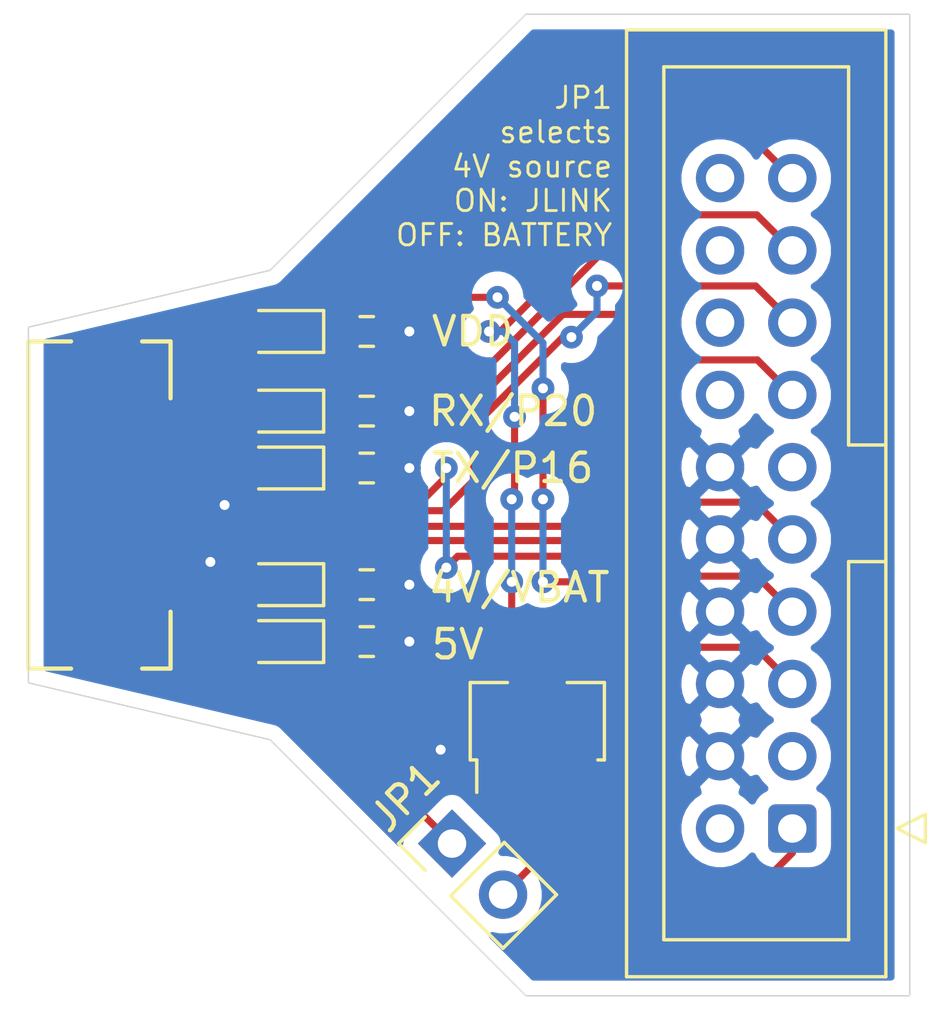
<source format=kicad_pcb>
(kicad_pcb (version 20171130) (host pcbnew "(5.1.10)-1")

  (general
    (thickness 0.2)
    (drawings 15)
    (tracks 146)
    (zones 0)
    (modules 14)
    (nets 17)
  )

  (page A4)
  (layers
    (0 F.Cu signal)
    (31 B.Cu signal)
    (32 B.Adhes user)
    (33 F.Adhes user)
    (34 B.Paste user)
    (35 F.Paste user)
    (36 B.SilkS user)
    (37 F.SilkS user)
    (38 B.Mask user)
    (39 F.Mask user)
    (40 Dwgs.User user)
    (41 Cmts.User user)
    (42 Eco1.User user)
    (43 Eco2.User user)
    (44 Edge.Cuts user)
    (45 Margin user)
    (46 B.CrtYd user hide)
    (47 F.CrtYd user hide)
    (48 B.Fab user hide)
    (49 F.Fab user hide)
  )

  (setup
    (last_trace_width 0.25)
    (user_trace_width 0.25)
    (user_trace_width 0.5)
    (trace_clearance 0.15)
    (zone_clearance 0.508)
    (zone_45_only no)
    (trace_min 0.1524)
    (via_size 0.8)
    (via_drill 0.35)
    (via_min_size 0.35)
    (via_min_drill 0.15)
    (uvia_size 0.25)
    (uvia_drill 0.1)
    (uvias_allowed no)
    (uvia_min_size 0.2)
    (uvia_min_drill 0.1)
    (edge_width 0.25)
    (segment_width 0.1)
    (pcb_text_width 0.2)
    (pcb_text_size 1 1)
    (mod_edge_width 0.15)
    (mod_text_size 0.5 0.5)
    (mod_text_width 0.1)
    (pad_size 1.524 1.524)
    (pad_drill 0.762)
    (pad_to_mask_clearance 0)
    (aux_axis_origin 0 0)
    (visible_elements 7FFFFFFF)
    (pcbplotparams
      (layerselection 0x010fc_ffffffff)
      (usegerberextensions false)
      (usegerberattributes true)
      (usegerberadvancedattributes true)
      (creategerberjobfile true)
      (excludeedgelayer true)
      (linewidth 0.100000)
      (plotframeref false)
      (viasonmask false)
      (mode 1)
      (useauxorigin false)
      (hpglpennumber 1)
      (hpglpenspeed 20)
      (hpglpendiameter 15.000000)
      (psnegative false)
      (psa4output false)
      (plotreference true)
      (plotvalue true)
      (plotinvisibletext false)
      (padsonsilk false)
      (subtractmaskfromsilk false)
      (outputformat 1)
      (mirror false)
      (drillshape 0)
      (scaleselection 1)
      (outputdirectory "Gerbers/"))
  )

  (net 0 "")
  (net 1 VDD)
  (net 2 "Net-(D1-Pad1)")
  (net 3 "Net-(D2-Pad1)")
  (net 4 TXO)
  (net 5 SWO)
  (net 6 RXI)
  (net 7 RESET)
  (net 8 GND)
  (net 9 SWDCLK)
  (net 10 SWDIO)
  (net 11 +BATT)
  (net 12 +5V)
  (net 13 +4V)
  (net 14 "Net-(D3-Pad1)")
  (net 15 "Net-(D4-Pad1)")
  (net 16 "Net-(D5-Pad1)")

  (net_class Default "This is the default net class."
    (clearance 0.15)
    (trace_width 0.25)
    (via_dia 0.8)
    (via_drill 0.35)
    (uvia_dia 0.25)
    (uvia_drill 0.1)
    (add_net +4V)
    (add_net +5V)
    (add_net +BATT)
    (add_net GND)
    (add_net "Net-(D1-Pad1)")
    (add_net "Net-(D2-Pad1)")
    (add_net "Net-(D3-Pad1)")
    (add_net "Net-(D4-Pad1)")
    (add_net "Net-(D5-Pad1)")
    (add_net "Net-(J2-Pad11)")
    (add_net "Net-(J2-Pad14)")
    (add_net "Net-(J2-Pad16)")
    (add_net "Net-(J2-Pad18)")
    (add_net "Net-(J2-Pad2)")
    (add_net "Net-(J2-Pad20)")
    (add_net "Net-(J2-Pad3)")
    (add_net RESET)
    (add_net RXI)
    (add_net SWDCLK)
    (add_net SWDIO)
    (add_net SWO)
    (add_net TXO)
    (add_net VDD)
  )

  (net_class Antenna ""
    (clearance 0.15)
    (trace_width 0.5)
    (via_dia 0.5)
    (via_drill 0.15)
    (uvia_dia 0.25)
    (uvia_drill 0.1)
  )

  (module Resistor_SMD:R_0603_1608Metric (layer F.Cu) (tedit 5F68FEEE) (tstamp 61C74DA7)
    (at 141 105.9)
    (descr "Resistor SMD 0603 (1608 Metric), square (rectangular) end terminal, IPC_7351 nominal, (Body size source: IPC-SM-782 page 72, https://www.pcb-3d.com/wordpress/wp-content/uploads/ipc-sm-782a_amendment_1_and_2.pdf), generated with kicad-footprint-generator")
    (tags resistor)
    (path /61C7C316)
    (attr smd)
    (fp_text reference R5 (at 0 -1.43) (layer F.SilkS) hide
      (effects (font (size 1 1) (thickness 0.15)))
    )
    (fp_text value 150 (at 0 1.43) (layer F.Fab) hide
      (effects (font (size 1 1) (thickness 0.15)))
    )
    (fp_text user %R (at 0 0) (layer F.Fab) hide
      (effects (font (size 0.4 0.4) (thickness 0.06)))
    )
    (fp_line (start -0.8 0.4125) (end -0.8 -0.4125) (layer F.Fab) (width 0.1))
    (fp_line (start -0.8 -0.4125) (end 0.8 -0.4125) (layer F.Fab) (width 0.1))
    (fp_line (start 0.8 -0.4125) (end 0.8 0.4125) (layer F.Fab) (width 0.1))
    (fp_line (start 0.8 0.4125) (end -0.8 0.4125) (layer F.Fab) (width 0.1))
    (fp_line (start -0.237258 -0.5225) (end 0.237258 -0.5225) (layer F.SilkS) (width 0.12))
    (fp_line (start -0.237258 0.5225) (end 0.237258 0.5225) (layer F.SilkS) (width 0.12))
    (fp_line (start -1.48 0.73) (end -1.48 -0.73) (layer F.CrtYd) (width 0.05))
    (fp_line (start -1.48 -0.73) (end 1.48 -0.73) (layer F.CrtYd) (width 0.05))
    (fp_line (start 1.48 -0.73) (end 1.48 0.73) (layer F.CrtYd) (width 0.05))
    (fp_line (start 1.48 0.73) (end -1.48 0.73) (layer F.CrtYd) (width 0.05))
    (pad 2 smd roundrect (at 0.825 0) (size 0.8 0.95) (layers F.Cu F.Paste F.Mask) (roundrect_rratio 0.25)
      (net 8 GND))
    (pad 1 smd roundrect (at -0.825 0) (size 0.8 0.95) (layers F.Cu F.Paste F.Mask) (roundrect_rratio 0.25)
      (net 16 "Net-(D5-Pad1)"))
    (model ${KISYS3DMOD}/Resistor_SMD.3dshapes/R_0603_1608Metric.wrl
      (at (xyz 0 0 0))
      (scale (xyz 1 1 1))
      (rotate (xyz 0 0 0))
    )
  )

  (module Resistor_SMD:R_0603_1608Metric (layer F.Cu) (tedit 5F68FEEE) (tstamp 61C74D41)
    (at 141 103.9)
    (descr "Resistor SMD 0603 (1608 Metric), square (rectangular) end terminal, IPC_7351 nominal, (Body size source: IPC-SM-782 page 72, https://www.pcb-3d.com/wordpress/wp-content/uploads/ipc-sm-782a_amendment_1_and_2.pdf), generated with kicad-footprint-generator")
    (tags resistor)
    (path /61C79383)
    (attr smd)
    (fp_text reference R4 (at 0 -1.43) (layer F.SilkS) hide
      (effects (font (size 1 1) (thickness 0.15)))
    )
    (fp_text value 120 (at 0 1.43) (layer F.Fab) hide
      (effects (font (size 1 1) (thickness 0.15)))
    )
    (fp_text user %R (at 0 0) (layer F.Fab) hide
      (effects (font (size 0.4 0.4) (thickness 0.06)))
    )
    (fp_line (start -0.8 0.4125) (end -0.8 -0.4125) (layer F.Fab) (width 0.1))
    (fp_line (start -0.8 -0.4125) (end 0.8 -0.4125) (layer F.Fab) (width 0.1))
    (fp_line (start 0.8 -0.4125) (end 0.8 0.4125) (layer F.Fab) (width 0.1))
    (fp_line (start 0.8 0.4125) (end -0.8 0.4125) (layer F.Fab) (width 0.1))
    (fp_line (start -0.237258 -0.5225) (end 0.237258 -0.5225) (layer F.SilkS) (width 0.12))
    (fp_line (start -0.237258 0.5225) (end 0.237258 0.5225) (layer F.SilkS) (width 0.12))
    (fp_line (start -1.48 0.73) (end -1.48 -0.73) (layer F.CrtYd) (width 0.05))
    (fp_line (start -1.48 -0.73) (end 1.48 -0.73) (layer F.CrtYd) (width 0.05))
    (fp_line (start 1.48 -0.73) (end 1.48 0.73) (layer F.CrtYd) (width 0.05))
    (fp_line (start 1.48 0.73) (end -1.48 0.73) (layer F.CrtYd) (width 0.05))
    (pad 2 smd roundrect (at 0.825 0) (size 0.8 0.95) (layers F.Cu F.Paste F.Mask) (roundrect_rratio 0.25)
      (net 8 GND))
    (pad 1 smd roundrect (at -0.825 0) (size 0.8 0.95) (layers F.Cu F.Paste F.Mask) (roundrect_rratio 0.25)
      (net 15 "Net-(D4-Pad1)"))
    (model ${KISYS3DMOD}/Resistor_SMD.3dshapes/R_0603_1608Metric.wrl
      (at (xyz 0 0 0))
      (scale (xyz 1 1 1))
      (rotate (xyz 0 0 0))
    )
  )

  (module Resistor_SMD:R_0603_1608Metric (layer F.Cu) (tedit 5F68FEEE) (tstamp 61C74B90)
    (at 141 95)
    (descr "Resistor SMD 0603 (1608 Metric), square (rectangular) end terminal, IPC_7351 nominal, (Body size source: IPC-SM-782 page 72, https://www.pcb-3d.com/wordpress/wp-content/uploads/ipc-sm-782a_amendment_1_and_2.pdf), generated with kicad-footprint-generator")
    (tags resistor)
    (path /61C76CE6)
    (attr smd)
    (fp_text reference R3 (at 0 -1.43) (layer F.SilkS) hide
      (effects (font (size 1 1) (thickness 0.15)))
    )
    (fp_text value 100 (at 0 1.43) (layer F.Fab) hide
      (effects (font (size 1 1) (thickness 0.15)))
    )
    (fp_text user %R (at 0 0) (layer F.Fab) hide
      (effects (font (size 0.4 0.4) (thickness 0.06)))
    )
    (fp_line (start -0.8 0.4125) (end -0.8 -0.4125) (layer F.Fab) (width 0.1))
    (fp_line (start -0.8 -0.4125) (end 0.8 -0.4125) (layer F.Fab) (width 0.1))
    (fp_line (start 0.8 -0.4125) (end 0.8 0.4125) (layer F.Fab) (width 0.1))
    (fp_line (start 0.8 0.4125) (end -0.8 0.4125) (layer F.Fab) (width 0.1))
    (fp_line (start -0.237258 -0.5225) (end 0.237258 -0.5225) (layer F.SilkS) (width 0.12))
    (fp_line (start -0.237258 0.5225) (end 0.237258 0.5225) (layer F.SilkS) (width 0.12))
    (fp_line (start -1.48 0.73) (end -1.48 -0.73) (layer F.CrtYd) (width 0.05))
    (fp_line (start -1.48 -0.73) (end 1.48 -0.73) (layer F.CrtYd) (width 0.05))
    (fp_line (start 1.48 -0.73) (end 1.48 0.73) (layer F.CrtYd) (width 0.05))
    (fp_line (start 1.48 0.73) (end -1.48 0.73) (layer F.CrtYd) (width 0.05))
    (pad 2 smd roundrect (at 0.825 0) (size 0.8 0.95) (layers F.Cu F.Paste F.Mask) (roundrect_rratio 0.25)
      (net 8 GND))
    (pad 1 smd roundrect (at -0.825 0) (size 0.8 0.95) (layers F.Cu F.Paste F.Mask) (roundrect_rratio 0.25)
      (net 14 "Net-(D3-Pad1)"))
    (model ${KISYS3DMOD}/Resistor_SMD.3dshapes/R_0603_1608Metric.wrl
      (at (xyz 0 0 0))
      (scale (xyz 1 1 1))
      (rotate (xyz 0 0 0))
    )
  )

  (module Diode_SMD:D_0603_1608Metric (layer F.Cu) (tedit 5F68FEF0) (tstamp 61C74D73)
    (at 138 105.9 180)
    (descr "Diode SMD 0603 (1608 Metric), square (rectangular) end terminal, IPC_7351 nominal, (Body size source: http://www.tortai-tech.com/upload/download/2011102023233369053.pdf), generated with kicad-footprint-generator")
    (tags diode)
    (path /61C7C091)
    (attr smd)
    (fp_text reference D5 (at 0 -1.43) (layer F.SilkS) hide
      (effects (font (size 1 1) (thickness 0.15)))
    )
    (fp_text value LED (at 0 1.43) (layer F.Fab) hide
      (effects (font (size 1 1) (thickness 0.15)))
    )
    (fp_text user %R (at 0 0) (layer F.Fab) hide
      (effects (font (size 0.4 0.4) (thickness 0.06)))
    )
    (fp_line (start 0.8 -0.4) (end -0.5 -0.4) (layer F.Fab) (width 0.1))
    (fp_line (start -0.5 -0.4) (end -0.8 -0.1) (layer F.Fab) (width 0.1))
    (fp_line (start -0.8 -0.1) (end -0.8 0.4) (layer F.Fab) (width 0.1))
    (fp_line (start -0.8 0.4) (end 0.8 0.4) (layer F.Fab) (width 0.1))
    (fp_line (start 0.8 0.4) (end 0.8 -0.4) (layer F.Fab) (width 0.1))
    (fp_line (start 0.8 -0.735) (end -1.485 -0.735) (layer F.SilkS) (width 0.12))
    (fp_line (start -1.485 -0.735) (end -1.485 0.735) (layer F.SilkS) (width 0.12))
    (fp_line (start -1.485 0.735) (end 0.8 0.735) (layer F.SilkS) (width 0.12))
    (fp_line (start -1.48 0.73) (end -1.48 -0.73) (layer F.CrtYd) (width 0.05))
    (fp_line (start -1.48 -0.73) (end 1.48 -0.73) (layer F.CrtYd) (width 0.05))
    (fp_line (start 1.48 -0.73) (end 1.48 0.73) (layer F.CrtYd) (width 0.05))
    (fp_line (start 1.48 0.73) (end -1.48 0.73) (layer F.CrtYd) (width 0.05))
    (pad 2 smd roundrect (at 0.7875 0 180) (size 0.875 0.95) (layers F.Cu F.Paste F.Mask) (roundrect_rratio 0.25)
      (net 12 +5V))
    (pad 1 smd roundrect (at -0.7875 0 180) (size 0.875 0.95) (layers F.Cu F.Paste F.Mask) (roundrect_rratio 0.25)
      (net 16 "Net-(D5-Pad1)"))
    (model ${KISYS3DMOD}/Diode_SMD.3dshapes/D_0603_1608Metric.wrl
      (at (xyz 0 0 0))
      (scale (xyz 1 1 1))
      (rotate (xyz 0 0 0))
    )
  )

  (module Diode_SMD:D_0603_1608Metric (layer F.Cu) (tedit 5F68FEF0) (tstamp 61C74DD9)
    (at 138 103.9 180)
    (descr "Diode SMD 0603 (1608 Metric), square (rectangular) end terminal, IPC_7351 nominal, (Body size source: http://www.tortai-tech.com/upload/download/2011102023233369053.pdf), generated with kicad-footprint-generator")
    (tags diode)
    (path /61C79378)
    (attr smd)
    (fp_text reference D4 (at 0 -1.43) (layer F.SilkS) hide
      (effects (font (size 1 1) (thickness 0.15)))
    )
    (fp_text value LED (at 0 1.43) (layer F.Fab) hide
      (effects (font (size 1 1) (thickness 0.15)))
    )
    (fp_text user %R (at 0 0) (layer F.Fab) hide
      (effects (font (size 0.4 0.4) (thickness 0.06)))
    )
    (fp_line (start 0.8 -0.4) (end -0.5 -0.4) (layer F.Fab) (width 0.1))
    (fp_line (start -0.5 -0.4) (end -0.8 -0.1) (layer F.Fab) (width 0.1))
    (fp_line (start -0.8 -0.1) (end -0.8 0.4) (layer F.Fab) (width 0.1))
    (fp_line (start -0.8 0.4) (end 0.8 0.4) (layer F.Fab) (width 0.1))
    (fp_line (start 0.8 0.4) (end 0.8 -0.4) (layer F.Fab) (width 0.1))
    (fp_line (start 0.8 -0.735) (end -1.485 -0.735) (layer F.SilkS) (width 0.12))
    (fp_line (start -1.485 -0.735) (end -1.485 0.735) (layer F.SilkS) (width 0.12))
    (fp_line (start -1.485 0.735) (end 0.8 0.735) (layer F.SilkS) (width 0.12))
    (fp_line (start -1.48 0.73) (end -1.48 -0.73) (layer F.CrtYd) (width 0.05))
    (fp_line (start -1.48 -0.73) (end 1.48 -0.73) (layer F.CrtYd) (width 0.05))
    (fp_line (start 1.48 -0.73) (end 1.48 0.73) (layer F.CrtYd) (width 0.05))
    (fp_line (start 1.48 0.73) (end -1.48 0.73) (layer F.CrtYd) (width 0.05))
    (pad 2 smd roundrect (at 0.7875 0 180) (size 0.875 0.95) (layers F.Cu F.Paste F.Mask) (roundrect_rratio 0.25)
      (net 11 +BATT))
    (pad 1 smd roundrect (at -0.7875 0 180) (size 0.875 0.95) (layers F.Cu F.Paste F.Mask) (roundrect_rratio 0.25)
      (net 15 "Net-(D4-Pad1)"))
    (model ${KISYS3DMOD}/Diode_SMD.3dshapes/D_0603_1608Metric.wrl
      (at (xyz 0 0 0))
      (scale (xyz 1 1 1))
      (rotate (xyz 0 0 0))
    )
  )

  (module Diode_SMD:D_0603_1608Metric (layer F.Cu) (tedit 5F68FEF0) (tstamp 61C74BC2)
    (at 138 95 180)
    (descr "Diode SMD 0603 (1608 Metric), square (rectangular) end terminal, IPC_7351 nominal, (Body size source: http://www.tortai-tech.com/upload/download/2011102023233369053.pdf), generated with kicad-footprint-generator")
    (tags diode)
    (path /61C76AD9)
    (attr smd)
    (fp_text reference D3 (at 0 -1.43) (layer F.SilkS) hide
      (effects (font (size 1 1) (thickness 0.15)))
    )
    (fp_text value LED (at 0 1.43) (layer F.Fab) hide
      (effects (font (size 1 1) (thickness 0.15)))
    )
    (fp_text user %R (at 0 0) (layer F.Fab) hide
      (effects (font (size 0.4 0.4) (thickness 0.06)))
    )
    (fp_line (start 0.8 -0.4) (end -0.5 -0.4) (layer F.Fab) (width 0.1))
    (fp_line (start -0.5 -0.4) (end -0.8 -0.1) (layer F.Fab) (width 0.1))
    (fp_line (start -0.8 -0.1) (end -0.8 0.4) (layer F.Fab) (width 0.1))
    (fp_line (start -0.8 0.4) (end 0.8 0.4) (layer F.Fab) (width 0.1))
    (fp_line (start 0.8 0.4) (end 0.8 -0.4) (layer F.Fab) (width 0.1))
    (fp_line (start 0.8 -0.735) (end -1.485 -0.735) (layer F.SilkS) (width 0.12))
    (fp_line (start -1.485 -0.735) (end -1.485 0.735) (layer F.SilkS) (width 0.12))
    (fp_line (start -1.485 0.735) (end 0.8 0.735) (layer F.SilkS) (width 0.12))
    (fp_line (start -1.48 0.73) (end -1.48 -0.73) (layer F.CrtYd) (width 0.05))
    (fp_line (start -1.48 -0.73) (end 1.48 -0.73) (layer F.CrtYd) (width 0.05))
    (fp_line (start 1.48 -0.73) (end 1.48 0.73) (layer F.CrtYd) (width 0.05))
    (fp_line (start 1.48 0.73) (end -1.48 0.73) (layer F.CrtYd) (width 0.05))
    (pad 2 smd roundrect (at 0.7875 0 180) (size 0.875 0.95) (layers F.Cu F.Paste F.Mask) (roundrect_rratio 0.25)
      (net 1 VDD))
    (pad 1 smd roundrect (at -0.7875 0 180) (size 0.875 0.95) (layers F.Cu F.Paste F.Mask) (roundrect_rratio 0.25)
      (net 14 "Net-(D3-Pad1)"))
    (model ${KISYS3DMOD}/Diode_SMD.3dshapes/D_0603_1608Metric.wrl
      (at (xyz 0 0 0))
      (scale (xyz 1 1 1))
      (rotate (xyz 0 0 0))
    )
  )

  (module Package_TO_SOT_SMD:SOT-89-3 (layer F.Cu) (tedit 5C33D6E8) (tstamp 61B0031E)
    (at 147 109 90)
    (descr "SOT-89-3, http://ww1.microchip.com/downloads/en/DeviceDoc/3L_SOT-89_MB_C04-029C.pdf")
    (tags SOT-89-3)
    (path /61B06836)
    (attr smd)
    (fp_text reference U1 (at 0.3 -3.5 90) (layer F.SilkS) hide
      (effects (font (size 1 1) (thickness 0.15)))
    )
    (fp_text value ME6209 (at 0.3 3.5 90) (layer F.Fab) hide
      (effects (font (size 1 1) (thickness 0.15)))
    )
    (fp_line (start -1.06 2.36) (end -1.06 2.13) (layer F.SilkS) (width 0.12))
    (fp_line (start -1.06 -2.36) (end -1.06 -2.13) (layer F.SilkS) (width 0.12))
    (fp_line (start -1.06 -2.36) (end 1.66 -2.36) (layer F.SilkS) (width 0.12))
    (fp_line (start -2.55 2.5) (end -2.55 -2.5) (layer F.CrtYd) (width 0.05))
    (fp_line (start -2.55 2.5) (end 2.55 2.5) (layer F.CrtYd) (width 0.05))
    (fp_line (start 2.55 -2.5) (end -2.55 -2.5) (layer F.CrtYd) (width 0.05))
    (fp_line (start 2.55 -2.5) (end 2.55 2.5) (layer F.CrtYd) (width 0.05))
    (fp_line (start 0.05 -2.25) (end 1.55 -2.25) (layer F.Fab) (width 0.1))
    (fp_line (start -0.95 2.25) (end -0.95 -1.25) (layer F.Fab) (width 0.1))
    (fp_line (start 1.55 2.25) (end -0.95 2.25) (layer F.Fab) (width 0.1))
    (fp_line (start 1.55 -2.25) (end 1.55 2.25) (layer F.Fab) (width 0.1))
    (fp_line (start -0.95 -1.25) (end 0.05 -2.25) (layer F.Fab) (width 0.1))
    (fp_line (start 1.66 -2.36) (end 1.66 -1.05) (layer F.SilkS) (width 0.12))
    (fp_line (start -2.2 -2.13) (end -1.06 -2.13) (layer F.SilkS) (width 0.12))
    (fp_line (start 1.66 2.36) (end -1.06 2.36) (layer F.SilkS) (width 0.12))
    (fp_line (start 1.66 1.05) (end 1.66 2.36) (layer F.SilkS) (width 0.12))
    (fp_text user %R (at 0.5 0) (layer F.Fab) hide
      (effects (font (size 1 1) (thickness 0.15)))
    )
    (pad 2 smd custom (at -1.5625 0 90) (size 1.475 0.9) (layers F.Cu F.Paste F.Mask)
      (net 13 +4V) (zone_connect 2)
      (options (clearance outline) (anchor rect))
      (primitives
        (gr_poly (pts
           (xy 0.7375 -0.8665) (xy 3.8625 -0.8665) (xy 3.8625 0.8665) (xy 0.7375 0.8665)) (width 0))
      ))
    (pad 3 smd rect (at -1.65 1.5 90) (size 1.3 0.9) (layers F.Cu F.Paste F.Mask)
      (net 12 +5V))
    (pad 1 smd rect (at -1.65 -1.5 90) (size 1.3 0.9) (layers F.Cu F.Paste F.Mask)
      (net 8 GND))
    (model ${KISYS3DMOD}/Package_TO_SOT_SMD.3dshapes/SOT-89-3.wrl
      (at (xyz 0 0 0))
      (scale (xyz 1 1 1))
      (rotate (xyz 0 0 0))
    )
  )

  (module Pixels-dice:JUSHUO_FPC_14 (layer F.Cu) (tedit 60C41A75) (tstamp 60C45963)
    (at 133.25 101.1 270)
    (path /60C48710)
    (attr smd)
    (fp_text reference J1 (at -1.55 -0.4 90) (layer F.SilkS) hide
      (effects (font (size 0.7 0.7) (thickness 0.15)))
    )
    (fp_text value Conn_01x14_Female (at 2.5 -2 90) (layer F.Fab) hide
      (effects (font (size 0.7 0.7) (thickness 0.15)))
    )
    (fp_line (start 5.75 -0.85) (end 5.75 0.15) (layer F.SilkS) (width 0.15))
    (fp_line (start 4.75 -0.85) (end 5.75 -0.85) (layer F.SilkS) (width 0.15))
    (fp_line (start 3.75 -0.85) (end 4.75 -0.85) (layer F.SilkS) (width 0.15))
    (fp_line (start -5.75 -0.85) (end -5.75 0.15) (layer F.SilkS) (width 0.15))
    (fp_line (start -3.75 -0.85) (end -5.75 -0.85) (layer F.SilkS) (width 0.15))
    (fp_line (start 5.75 4.15) (end 5.75 2.65) (layer F.SilkS) (width 0.15))
    (fp_line (start -5.75 4.15) (end 5.75 4.15) (layer F.SilkS) (width 0.15))
    (fp_line (start -5.75 2.65) (end -5.75 4.15) (layer F.SilkS) (width 0.15))
    (pad 1 smd rect (at -3.25 -1.35 270) (size 0.3 1.3) (layers F.Cu F.Paste F.Mask)
      (net 1 VDD))
    (pad 2 smd rect (at -2.75 -1.35 270) (size 0.3 1.3) (layers F.Cu F.Paste F.Mask)
      (net 1 VDD))
    (pad 3 smd rect (at -2.25 -1.35 270) (size 0.3 1.3) (layers F.Cu F.Paste F.Mask)
      (net 4 TXO))
    (pad 4 smd rect (at -1.75 -1.35 270) (size 0.3 1.3) (layers F.Cu F.Paste F.Mask)
      (net 5 SWO))
    (pad 5 smd rect (at -1.25 -1.35 270) (size 0.3 1.3) (layers F.Cu F.Paste F.Mask)
      (net 6 RXI))
    (pad 6 smd rect (at -0.75 -1.35 270) (size 0.3 1.3) (layers F.Cu F.Paste F.Mask)
      (net 7 RESET))
    (pad 7 smd rect (at -0.25 -1.35 270) (size 0.3 1.3) (layers F.Cu F.Paste F.Mask)
      (net 8 GND))
    (pad 8 smd rect (at 0.25 -1.35 270) (size 0.3 1.3) (layers F.Cu F.Paste F.Mask)
      (net 8 GND))
    (pad 9 smd rect (at 0.75 -1.35 270) (size 0.3 1.3) (layers F.Cu F.Paste F.Mask)
      (net 9 SWDCLK))
    (pad 10 smd rect (at 1.25 -1.35 270) (size 0.3 1.3) (layers F.Cu F.Paste F.Mask)
      (net 10 SWDIO))
    (pad 11 smd rect (at 1.75 -1.35 270) (size 0.3 1.3) (layers F.Cu F.Paste F.Mask)
      (net 8 GND))
    (pad 12 smd rect (at 2.25 -1.35 270) (size 0.3 1.3) (layers F.Cu F.Paste F.Mask)
      (net 8 GND))
    (pad 13 smd rect (at 2.75 -1.35 270) (size 0.3 1.3) (layers F.Cu F.Paste F.Mask)
      (net 11 +BATT))
    (pad 14 smd rect (at 3.25 -1.35 270) (size 0.3 1.3) (layers F.Cu F.Paste F.Mask)
      (net 11 +BATT))
    (pad 15 smd rect (at -4.95 1.35 270) (size 2 1.6) (layers F.Cu F.Paste F.Mask))
    (pad 16 smd rect (at 4.95 1.35 270) (size 2 1.6) (layers F.Cu F.Paste F.Mask))
  )

  (module Connector_IDC:IDC-Header_2x10_P2.54mm_Vertical (layer F.Cu) (tedit 5EAC9A07) (tstamp 60C4598D)
    (at 155.97 112.47 180)
    (descr "Through hole IDC box header, 2x10, 2.54mm pitch, DIN 41651 / IEC 60603-13, double rows, https://docs.google.com/spreadsheets/d/16SsEcesNF15N3Lb4niX7dcUr-NY5_MFPQhobNuNppn4/edit#gid=0")
    (tags "Through hole vertical IDC box header THT 2x10 2.54mm double row")
    (path /60C58B1B)
    (fp_text reference J2 (at 6.97 -4.73) (layer F.SilkS) hide
      (effects (font (size 1 1) (thickness 0.15)))
    )
    (fp_text value Conn_02x10_Odd_Even (at 1.27 28.96) (layer F.Fab) hide
      (effects (font (size 1 1) (thickness 0.15)))
    )
    (fp_line (start -3.18 -4.1) (end -2.18 -5.1) (layer F.Fab) (width 0.1))
    (fp_line (start -2.18 -5.1) (end 5.72 -5.1) (layer F.Fab) (width 0.1))
    (fp_line (start 5.72 -5.1) (end 5.72 27.96) (layer F.Fab) (width 0.1))
    (fp_line (start 5.72 27.96) (end -3.18 27.96) (layer F.Fab) (width 0.1))
    (fp_line (start -3.18 27.96) (end -3.18 -4.1) (layer F.Fab) (width 0.1))
    (fp_line (start -3.18 9.38) (end -1.98 9.38) (layer F.Fab) (width 0.1))
    (fp_line (start -1.98 9.38) (end -1.98 -3.91) (layer F.Fab) (width 0.1))
    (fp_line (start -1.98 -3.91) (end 4.52 -3.91) (layer F.Fab) (width 0.1))
    (fp_line (start 4.52 -3.91) (end 4.52 26.77) (layer F.Fab) (width 0.1))
    (fp_line (start 4.52 26.77) (end -1.98 26.77) (layer F.Fab) (width 0.1))
    (fp_line (start -1.98 26.77) (end -1.98 13.48) (layer F.Fab) (width 0.1))
    (fp_line (start -1.98 13.48) (end -1.98 13.48) (layer F.Fab) (width 0.1))
    (fp_line (start -1.98 13.48) (end -3.18 13.48) (layer F.Fab) (width 0.1))
    (fp_line (start -3.29 -5.21) (end 5.83 -5.21) (layer F.SilkS) (width 0.12))
    (fp_line (start 5.83 -5.21) (end 5.83 28.07) (layer F.SilkS) (width 0.12))
    (fp_line (start 5.83 28.07) (end -3.29 28.07) (layer F.SilkS) (width 0.12))
    (fp_line (start -3.29 28.07) (end -3.29 -5.21) (layer F.SilkS) (width 0.12))
    (fp_line (start -3.29 9.38) (end -1.98 9.38) (layer F.SilkS) (width 0.12))
    (fp_line (start -1.98 9.38) (end -1.98 -3.91) (layer F.SilkS) (width 0.12))
    (fp_line (start -1.98 -3.91) (end 4.52 -3.91) (layer F.SilkS) (width 0.12))
    (fp_line (start 4.52 -3.91) (end 4.52 26.77) (layer F.SilkS) (width 0.12))
    (fp_line (start 4.52 26.77) (end -1.98 26.77) (layer F.SilkS) (width 0.12))
    (fp_line (start -1.98 26.77) (end -1.98 13.48) (layer F.SilkS) (width 0.12))
    (fp_line (start -1.98 13.48) (end -1.98 13.48) (layer F.SilkS) (width 0.12))
    (fp_line (start -1.98 13.48) (end -3.29 13.48) (layer F.SilkS) (width 0.12))
    (fp_line (start -3.68 0) (end -4.68 -0.5) (layer F.SilkS) (width 0.12))
    (fp_line (start -4.68 -0.5) (end -4.68 0.5) (layer F.SilkS) (width 0.12))
    (fp_line (start -4.68 0.5) (end -3.68 0) (layer F.SilkS) (width 0.12))
    (fp_line (start -3.68 -5.6) (end -3.68 28.46) (layer F.CrtYd) (width 0.05))
    (fp_line (start -3.68 28.46) (end 6.22 28.46) (layer F.CrtYd) (width 0.05))
    (fp_line (start 6.22 28.46) (end 6.22 -5.6) (layer F.CrtYd) (width 0.05))
    (fp_line (start 6.22 -5.6) (end -3.68 -5.6) (layer F.CrtYd) (width 0.05))
    (fp_text user %R (at 1.27 11.43 90) (layer F.Fab) hide
      (effects (font (size 1 1) (thickness 0.15)))
    )
    (pad 20 thru_hole circle (at 2.54 22.86 180) (size 1.7 1.7) (drill 1) (layers *.Cu *.Mask))
    (pad 18 thru_hole circle (at 2.54 20.32 180) (size 1.7 1.7) (drill 1) (layers *.Cu *.Mask))
    (pad 16 thru_hole circle (at 2.54 17.78 180) (size 1.7 1.7) (drill 1) (layers *.Cu *.Mask))
    (pad 14 thru_hole circle (at 2.54 15.24 180) (size 1.7 1.7) (drill 1) (layers *.Cu *.Mask))
    (pad 12 thru_hole circle (at 2.54 12.7 180) (size 1.7 1.7) (drill 1) (layers *.Cu *.Mask)
      (net 8 GND))
    (pad 10 thru_hole circle (at 2.54 10.16 180) (size 1.7 1.7) (drill 1) (layers *.Cu *.Mask)
      (net 8 GND))
    (pad 8 thru_hole circle (at 2.54 7.62 180) (size 1.7 1.7) (drill 1) (layers *.Cu *.Mask)
      (net 8 GND))
    (pad 6 thru_hole circle (at 2.54 5.08 180) (size 1.7 1.7) (drill 1) (layers *.Cu *.Mask)
      (net 8 GND))
    (pad 4 thru_hole circle (at 2.54 2.54 180) (size 1.7 1.7) (drill 1) (layers *.Cu *.Mask)
      (net 8 GND))
    (pad 2 thru_hole circle (at 2.54 0 180) (size 1.7 1.7) (drill 1) (layers *.Cu *.Mask))
    (pad 19 thru_hole circle (at 0 22.86 180) (size 1.7 1.7) (drill 1) (layers *.Cu *.Mask)
      (net 12 +5V))
    (pad 17 thru_hole circle (at 0 20.32 180) (size 1.7 1.7) (drill 1) (layers *.Cu *.Mask)
      (net 4 TXO))
    (pad 15 thru_hole circle (at 0 17.78 180) (size 1.7 1.7) (drill 1) (layers *.Cu *.Mask)
      (net 7 RESET))
    (pad 13 thru_hole circle (at 0 15.24 180) (size 1.7 1.7) (drill 1) (layers *.Cu *.Mask)
      (net 5 SWO))
    (pad 11 thru_hole circle (at 0 12.7 180) (size 1.7 1.7) (drill 1) (layers *.Cu *.Mask))
    (pad 9 thru_hole circle (at 0 10.16 180) (size 1.7 1.7) (drill 1) (layers *.Cu *.Mask)
      (net 9 SWDCLK))
    (pad 7 thru_hole circle (at 0 7.62 180) (size 1.7 1.7) (drill 1) (layers *.Cu *.Mask)
      (net 10 SWDIO))
    (pad 5 thru_hole circle (at 0 5.08 180) (size 1.7 1.7) (drill 1) (layers *.Cu *.Mask)
      (net 6 RXI))
    (pad 3 thru_hole circle (at 0 2.54 180) (size 1.7 1.7) (drill 1) (layers *.Cu *.Mask))
    (pad 1 thru_hole roundrect (at 0 0 180) (size 1.7 1.7) (drill 1) (layers *.Cu *.Mask) (roundrect_rratio 0.1470588235294118)
      (net 1 VDD))
    (model ${KISYS3DMOD}/Connector_IDC.3dshapes/IDC-Header_2x10_P2.54mm_Vertical.wrl
      (at (xyz 0 0 0))
      (scale (xyz 1 1 1))
      (rotate (xyz 0 0 0))
    )
  )

  (module Resistor_SMD:R_0603_1608Metric (layer F.Cu) (tedit 5F68FEEE) (tstamp 60C459C5)
    (at 141 97.8)
    (descr "Resistor SMD 0603 (1608 Metric), square (rectangular) end terminal, IPC_7351 nominal, (Body size source: IPC-SM-782 page 72, https://www.pcb-3d.com/wordpress/wp-content/uploads/ipc-sm-782a_amendment_1_and_2.pdf), generated with kicad-footprint-generator")
    (tags resistor)
    (path /60C55148)
    (attr smd)
    (fp_text reference R2 (at 0 -1.3) (layer F.SilkS) hide
      (effects (font (size 1 1) (thickness 0.15)))
    )
    (fp_text value 100 (at 0 1.43) (layer F.Fab) hide
      (effects (font (size 1 1) (thickness 0.15)))
    )
    (fp_line (start -0.8 0.4125) (end -0.8 -0.4125) (layer F.Fab) (width 0.1))
    (fp_line (start -0.8 -0.4125) (end 0.8 -0.4125) (layer F.Fab) (width 0.1))
    (fp_line (start 0.8 -0.4125) (end 0.8 0.4125) (layer F.Fab) (width 0.1))
    (fp_line (start 0.8 0.4125) (end -0.8 0.4125) (layer F.Fab) (width 0.1))
    (fp_line (start -0.237258 -0.5225) (end 0.237258 -0.5225) (layer F.SilkS) (width 0.12))
    (fp_line (start -0.237258 0.5225) (end 0.237258 0.5225) (layer F.SilkS) (width 0.12))
    (fp_line (start -1.48 0.73) (end -1.48 -0.73) (layer F.CrtYd) (width 0.05))
    (fp_line (start -1.48 -0.73) (end 1.48 -0.73) (layer F.CrtYd) (width 0.05))
    (fp_line (start 1.48 -0.73) (end 1.48 0.73) (layer F.CrtYd) (width 0.05))
    (fp_line (start 1.48 0.73) (end -1.48 0.73) (layer F.CrtYd) (width 0.05))
    (fp_text user %R (at 0 0) (layer F.Fab) hide
      (effects (font (size 0.4 0.4) (thickness 0.06)))
    )
    (pad 2 smd roundrect (at 0.825 0) (size 0.8 0.95) (layers F.Cu F.Paste F.Mask) (roundrect_rratio 0.25)
      (net 8 GND))
    (pad 1 smd roundrect (at -0.825 0) (size 0.8 0.95) (layers F.Cu F.Paste F.Mask) (roundrect_rratio 0.25)
      (net 3 "Net-(D2-Pad1)"))
    (model ${KISYS3DMOD}/Resistor_SMD.3dshapes/R_0603_1608Metric.wrl
      (at (xyz 0 0 0))
      (scale (xyz 1 1 1))
      (rotate (xyz 0 0 0))
    )
  )

  (module Resistor_SMD:R_0603_1608Metric (layer F.Cu) (tedit 5F68FEEE) (tstamp 60C459B4)
    (at 141 99.8)
    (descr "Resistor SMD 0603 (1608 Metric), square (rectangular) end terminal, IPC_7351 nominal, (Body size source: IPC-SM-782 page 72, https://www.pcb-3d.com/wordpress/wp-content/uploads/ipc-sm-782a_amendment_1_and_2.pdf), generated with kicad-footprint-generator")
    (tags resistor)
    (path /60C54AFA)
    (attr smd)
    (fp_text reference R1 (at -0.03 -1.36) (layer F.SilkS) hide
      (effects (font (size 1 1) (thickness 0.15)))
    )
    (fp_text value 100 (at 0 1.43) (layer F.Fab) hide
      (effects (font (size 1 1) (thickness 0.15)))
    )
    (fp_line (start -0.8 0.4125) (end -0.8 -0.4125) (layer F.Fab) (width 0.1))
    (fp_line (start -0.8 -0.4125) (end 0.8 -0.4125) (layer F.Fab) (width 0.1))
    (fp_line (start 0.8 -0.4125) (end 0.8 0.4125) (layer F.Fab) (width 0.1))
    (fp_line (start 0.8 0.4125) (end -0.8 0.4125) (layer F.Fab) (width 0.1))
    (fp_line (start -0.237258 -0.5225) (end 0.237258 -0.5225) (layer F.SilkS) (width 0.12))
    (fp_line (start -0.237258 0.5225) (end 0.237258 0.5225) (layer F.SilkS) (width 0.12))
    (fp_line (start -1.48 0.73) (end -1.48 -0.73) (layer F.CrtYd) (width 0.05))
    (fp_line (start -1.48 -0.73) (end 1.48 -0.73) (layer F.CrtYd) (width 0.05))
    (fp_line (start 1.48 -0.73) (end 1.48 0.73) (layer F.CrtYd) (width 0.05))
    (fp_line (start 1.48 0.73) (end -1.48 0.73) (layer F.CrtYd) (width 0.05))
    (fp_text user %R (at 0 0) (layer F.Fab) hide
      (effects (font (size 0.4 0.4) (thickness 0.06)))
    )
    (pad 2 smd roundrect (at 0.825 0) (size 0.8 0.95) (layers F.Cu F.Paste F.Mask) (roundrect_rratio 0.25)
      (net 8 GND))
    (pad 1 smd roundrect (at -0.825 0) (size 0.8 0.95) (layers F.Cu F.Paste F.Mask) (roundrect_rratio 0.25)
      (net 2 "Net-(D1-Pad1)"))
    (model ${KISYS3DMOD}/Resistor_SMD.3dshapes/R_0603_1608Metric.wrl
      (at (xyz 0 0 0))
      (scale (xyz 1 1 1))
      (rotate (xyz 0 0 0))
    )
  )

  (module Connector_PinHeader_2.54mm:PinHeader_1x02_P2.54mm_Vertical (layer F.Cu) (tedit 59FED5CC) (tstamp 60C45DFE)
    (at 144 113 45)
    (descr "Through hole straight pin header, 1x02, 2.54mm pitch, single row")
    (tags "Through hole pin header THT 1x02 2.54mm single row")
    (path /60C79A3D)
    (fp_text reference JP1 (at 0 -2.33 45) (layer F.SilkS)
      (effects (font (size 1 1) (thickness 0.15)))
    )
    (fp_text value Jumper (at 0 4.87 45) (layer F.Fab) hide
      (effects (font (size 1 1) (thickness 0.15)))
    )
    (fp_line (start -0.635 -1.27) (end 1.27 -1.27) (layer F.Fab) (width 0.1))
    (fp_line (start 1.27 -1.27) (end 1.27 3.81) (layer F.Fab) (width 0.1))
    (fp_line (start 1.27 3.81) (end -1.27 3.81) (layer F.Fab) (width 0.1))
    (fp_line (start -1.27 3.81) (end -1.27 -0.635) (layer F.Fab) (width 0.1))
    (fp_line (start -1.27 -0.635) (end -0.635 -1.27) (layer F.Fab) (width 0.1))
    (fp_line (start -1.33 3.87) (end 1.33 3.87) (layer F.SilkS) (width 0.12))
    (fp_line (start -1.33 1.27) (end -1.33 3.87) (layer F.SilkS) (width 0.12))
    (fp_line (start 1.33 1.27) (end 1.33 3.87) (layer F.SilkS) (width 0.12))
    (fp_line (start -1.33 1.27) (end 1.33 1.27) (layer F.SilkS) (width 0.12))
    (fp_line (start -1.33 0) (end -1.33 -1.33) (layer F.SilkS) (width 0.12))
    (fp_line (start -1.33 -1.33) (end 0 -1.33) (layer F.SilkS) (width 0.12))
    (fp_line (start -1.8 -1.8) (end -1.8 4.35) (layer F.CrtYd) (width 0.05))
    (fp_line (start -1.8 4.35) (end 1.8 4.35) (layer F.CrtYd) (width 0.05))
    (fp_line (start 1.8 4.35) (end 1.8 -1.8) (layer F.CrtYd) (width 0.05))
    (fp_line (start 1.8 -1.8) (end -1.8 -1.8) (layer F.CrtYd) (width 0.05))
    (fp_text user %R (at 0 1.27 135) (layer F.Fab) hide
      (effects (font (size 1 1) (thickness 0.15)))
    )
    (pad 2 thru_hole oval (at 0 2.54 45) (size 1.7 1.7) (drill 1) (layers *.Cu *.Mask)
      (net 13 +4V))
    (pad 1 thru_hole rect (at 0 0 45) (size 1.7 1.7) (drill 1) (layers *.Cu *.Mask)
      (net 11 +BATT))
    (model ${KISYS3DMOD}/Connector_PinHeader_2.54mm.3dshapes/PinHeader_1x02_P2.54mm_Vertical.wrl
      (at (xyz 0 0 0))
      (scale (xyz 1 1 1))
      (rotate (xyz 0 0 0))
    )
  )

  (module Diode_SMD:D_0603_1608Metric (layer F.Cu) (tedit 5F68FEF0) (tstamp 60C45947)
    (at 138 97.8 180)
    (descr "Diode SMD 0603 (1608 Metric), square (rectangular) end terminal, IPC_7351 nominal, (Body size source: http://www.tortai-tech.com/upload/download/2011102023233369053.pdf), generated with kicad-footprint-generator")
    (tags diode)
    (path /60C54117)
    (attr smd)
    (fp_text reference D2 (at -0.63 -1.45) (layer F.SilkS) hide
      (effects (font (size 1 1) (thickness 0.15)))
    )
    (fp_text value LED (at 0 1.43) (layer F.Fab) hide
      (effects (font (size 1 1) (thickness 0.15)))
    )
    (fp_line (start 0.8 -0.4) (end -0.5 -0.4) (layer F.Fab) (width 0.1))
    (fp_line (start -0.5 -0.4) (end -0.8 -0.1) (layer F.Fab) (width 0.1))
    (fp_line (start -0.8 -0.1) (end -0.8 0.4) (layer F.Fab) (width 0.1))
    (fp_line (start -0.8 0.4) (end 0.8 0.4) (layer F.Fab) (width 0.1))
    (fp_line (start 0.8 0.4) (end 0.8 -0.4) (layer F.Fab) (width 0.1))
    (fp_line (start 0.8 -0.735) (end -1.485 -0.735) (layer F.SilkS) (width 0.12))
    (fp_line (start -1.485 -0.735) (end -1.485 0.735) (layer F.SilkS) (width 0.12))
    (fp_line (start -1.485 0.735) (end 0.8 0.735) (layer F.SilkS) (width 0.12))
    (fp_line (start -1.48 0.73) (end -1.48 -0.73) (layer F.CrtYd) (width 0.05))
    (fp_line (start -1.48 -0.73) (end 1.48 -0.73) (layer F.CrtYd) (width 0.05))
    (fp_line (start 1.48 -0.73) (end 1.48 0.73) (layer F.CrtYd) (width 0.05))
    (fp_line (start 1.48 0.73) (end -1.48 0.73) (layer F.CrtYd) (width 0.05))
    (fp_text user %R (at 0 0) (layer F.Fab) hide
      (effects (font (size 0.4 0.4) (thickness 0.06)))
    )
    (pad 2 smd roundrect (at 0.7875 0 180) (size 0.875 0.95) (layers F.Cu F.Paste F.Mask) (roundrect_rratio 0.25)
      (net 4 TXO))
    (pad 1 smd roundrect (at -0.7875 0 180) (size 0.875 0.95) (layers F.Cu F.Paste F.Mask) (roundrect_rratio 0.25)
      (net 3 "Net-(D2-Pad1)"))
    (model ${KISYS3DMOD}/Diode_SMD.3dshapes/D_0603_1608Metric.wrl
      (at (xyz 0 0 0))
      (scale (xyz 1 1 1))
      (rotate (xyz 0 0 0))
    )
  )

  (module Diode_SMD:D_0603_1608Metric (layer F.Cu) (tedit 5F68FEF0) (tstamp 60C45934)
    (at 138 99.8 180)
    (descr "Diode SMD 0603 (1608 Metric), square (rectangular) end terminal, IPC_7351 nominal, (Body size source: http://www.tortai-tech.com/upload/download/2011102023233369053.pdf), generated with kicad-footprint-generator")
    (tags diode)
    (path /60C53E7E)
    (attr smd)
    (fp_text reference D1 (at -0.68 1.66) (layer F.SilkS) hide
      (effects (font (size 1 1) (thickness 0.15)))
    )
    (fp_text value LED (at 0 1.43) (layer F.Fab) hide
      (effects (font (size 1 1) (thickness 0.15)))
    )
    (fp_line (start 0.8 -0.4) (end -0.5 -0.4) (layer F.Fab) (width 0.1))
    (fp_line (start -0.5 -0.4) (end -0.8 -0.1) (layer F.Fab) (width 0.1))
    (fp_line (start -0.8 -0.1) (end -0.8 0.4) (layer F.Fab) (width 0.1))
    (fp_line (start -0.8 0.4) (end 0.8 0.4) (layer F.Fab) (width 0.1))
    (fp_line (start 0.8 0.4) (end 0.8 -0.4) (layer F.Fab) (width 0.1))
    (fp_line (start 0.8 -0.735) (end -1.485 -0.735) (layer F.SilkS) (width 0.12))
    (fp_line (start -1.485 -0.735) (end -1.485 0.735) (layer F.SilkS) (width 0.12))
    (fp_line (start -1.485 0.735) (end 0.8 0.735) (layer F.SilkS) (width 0.12))
    (fp_line (start -1.48 0.73) (end -1.48 -0.73) (layer F.CrtYd) (width 0.05))
    (fp_line (start -1.48 -0.73) (end 1.48 -0.73) (layer F.CrtYd) (width 0.05))
    (fp_line (start 1.48 -0.73) (end 1.48 0.73) (layer F.CrtYd) (width 0.05))
    (fp_line (start 1.48 0.73) (end -1.48 0.73) (layer F.CrtYd) (width 0.05))
    (fp_text user %R (at 0 0) (layer F.Fab) hide
      (effects (font (size 0.4 0.4) (thickness 0.06)))
    )
    (pad 2 smd roundrect (at 0.7875 0 180) (size 0.875 0.95) (layers F.Cu F.Paste F.Mask) (roundrect_rratio 0.25)
      (net 6 RXI))
    (pad 1 smd roundrect (at -0.7875 0 180) (size 0.875 0.95) (layers F.Cu F.Paste F.Mask) (roundrect_rratio 0.25)
      (net 2 "Net-(D1-Pad1)"))
    (model ${KISYS3DMOD}/Diode_SMD.3dshapes/D_0603_1608Metric.wrl
      (at (xyz 0 0 0))
      (scale (xyz 1 1 1))
      (rotate (xyz 0 0 0))
    )
  )

  (gr_text "JP1\nselects\n4V source\nON: JLINK\nOFF: BATTERY" (at 149.7 89.2) (layer F.SilkS)
    (effects (font (size 0.75 0.75) (thickness 0.1)) (justify right))
  )
  (gr_text 5V (at 143.2 106) (layer F.SilkS) (tstamp 61C7AB1E)
    (effects (font (size 1 1) (thickness 0.15)) (justify left))
  )
  (gr_text 4V/VBAT (at 143.1 104) (layer F.SilkS) (tstamp 61C7AA66)
    (effects (font (size 1 1) (thickness 0.15)) (justify left))
  )
  (gr_text TX/P16 (at 143.2 99.8) (layer F.SilkS) (tstamp 61C7AA59)
    (effects (font (size 1 1) (thickness 0.15)) (justify left))
  )
  (gr_text RX/P20 (at 143.1 97.8) (layer F.SilkS) (tstamp 61C7AA56)
    (effects (font (size 1 1) (thickness 0.15)) (justify left))
  )
  (gr_text VDD (at 143.2 95) (layer F.SilkS)
    (effects (font (size 1 1) (thickness 0.15)) (justify left))
  )
  (gr_line (start 146.6 118.35) (end 160.1 118.35) (layer Edge.Cuts) (width 0.05) (tstamp 60C46B29))
  (gr_line (start 137.6 109.35) (end 146.6 118.35) (layer Edge.Cuts) (width 0.05))
  (gr_line (start 146.6 83.85) (end 160.1 83.85) (layer Edge.Cuts) (width 0.05) (tstamp 60C46B28))
  (gr_line (start 137.6 92.85) (end 146.6 83.85) (layer Edge.Cuts) (width 0.05))
  (gr_line (start 129.1 107.35) (end 137.6 109.35) (layer Edge.Cuts) (width 0.05) (tstamp 60C46B27))
  (gr_line (start 129.1 96.35) (end 129.1 107.35) (layer Edge.Cuts) (width 0.05))
  (gr_line (start 129.1 96.35) (end 129.1 94.85) (layer Edge.Cuts) (width 0.05))
  (gr_line (start 129.1 94.85) (end 137.6 92.85) (layer Edge.Cuts) (width 0.05))
  (gr_line (start 160.1 118.35) (end 160.1 83.85) (layer Edge.Cuts) (width 0.05))

  (segment (start 134.6 97.85) (end 135.55 97.85) (width 0.25) (layer F.Cu) (net 1))
  (segment (start 134.6 98.35) (end 135.45 98.35) (width 0.25) (layer F.Cu) (net 1))
  (segment (start 135.55 98.25) (end 135.55 97.85) (width 0.25) (layer F.Cu) (net 1))
  (segment (start 135.45 98.35) (end 135.55 98.25) (width 0.25) (layer F.Cu) (net 1))
  (segment (start 135.55 97.85) (end 135.55 95.65) (width 0.25) (layer F.Cu) (net 1))
  (segment (start 136.2 95) (end 137.2125 95) (width 0.25) (layer F.Cu) (net 1))
  (segment (start 135.55 95.65) (end 136.2 95) (width 0.25) (layer F.Cu) (net 1))
  (segment (start 137.2125 95) (end 137.2125 94.3875) (width 0.25) (layer F.Cu) (net 1))
  (segment (start 137.2125 94.3875) (end 137.8 93.8) (width 0.25) (layer F.Cu) (net 1))
  (segment (start 137.8 93.8) (end 143.4 93.8) (width 0.25) (layer F.Cu) (net 1))
  (segment (start 155.97 112.47) (end 155.97 113.33) (width 0.25) (layer F.Cu) (net 1))
  (segment (start 155.97 113.33) (end 154.9 114.4) (width 0.25) (layer F.Cu) (net 1))
  (segment (start 154.9 114.4) (end 151.6 114.4) (width 0.25) (layer F.Cu) (net 1))
  (segment (start 151.6 114.4) (end 150.6 113.4) (width 0.25) (layer F.Cu) (net 1))
  (segment (start 150.6 113.4) (end 150.6 107.2) (width 0.25) (layer F.Cu) (net 1))
  (segment (start 150.6 107.2) (end 150.6 105.3) (width 0.25) (layer F.Cu) (net 1))
  (segment (start 150.6 105.3) (end 149.1 103.8) (width 0.25) (layer F.Cu) (net 1))
  (via (at 145.6 93.8) (size 0.8) (drill 0.35) (layers F.Cu B.Cu) (net 1))
  (segment (start 143.4 93.8) (end 145.6 93.8) (width 0.25) (layer F.Cu) (net 1))
  (via (at 147.2 100.9) (size 0.8) (drill 0.35) (layers F.Cu B.Cu) (net 1))
  (via (at 147.2 103.8) (size 0.8) (drill 0.35) (layers F.Cu B.Cu) (net 1))
  (segment (start 147.2 100.9) (end 147.2 103.8) (width 0.25) (layer B.Cu) (net 1))
  (segment (start 149.1 103.8) (end 147.2 103.8) (width 0.25) (layer F.Cu) (net 1))
  (segment (start 147.2 97) (end 147.2 100.9) (width 0.25) (layer F.Cu) (net 1))
  (via (at 147.2 97) (size 0.8) (drill 0.35) (layers F.Cu B.Cu) (net 1))
  (segment (start 147.2 95.4) (end 147.2 97) (width 0.25) (layer B.Cu) (net 1))
  (segment (start 145.6 93.8) (end 147.2 95.4) (width 0.25) (layer B.Cu) (net 1))
  (segment (start 138.7875 99.8) (end 140.175 99.8) (width 0.25) (layer F.Cu) (net 2))
  (segment (start 138.7875 97.8) (end 140.175 97.8) (width 0.25) (layer F.Cu) (net 3))
  (segment (start 137.0625 97.65) (end 137.2125 97.8) (width 0.25) (layer F.Cu) (net 4))
  (segment (start 134.6 98.85) (end 135.75 98.85) (width 0.25) (layer F.Cu) (net 4))
  (segment (start 136.8 97.8) (end 137.2125 97.8) (width 0.25) (layer F.Cu) (net 4))
  (segment (start 135.75 98.85) (end 136.8 97.8) (width 0.25) (layer F.Cu) (net 4))
  (segment (start 154.72 90.9) (end 155.97 92.15) (width 0.25) (layer F.Cu) (net 4))
  (segment (start 150.6 90.9) (end 154.72 90.9) (width 0.25) (layer F.Cu) (net 4))
  (segment (start 144.7 96.8) (end 150.6 90.9) (width 0.25) (layer F.Cu) (net 4))
  (segment (start 137.7 96.8) (end 144.7 96.8) (width 0.25) (layer F.Cu) (net 4))
  (segment (start 137.2125 97.2875) (end 137.7 96.8) (width 0.25) (layer F.Cu) (net 4))
  (segment (start 137.2125 97.8) (end 137.2125 97.2875) (width 0.25) (layer F.Cu) (net 4))
  (segment (start 151.8 96) (end 154.74 96) (width 0.25) (layer F.Cu) (net 5))
  (segment (start 150.2 94.4) (end 151.8 96) (width 0.25) (layer F.Cu) (net 5))
  (segment (start 147.9 94.4) (end 150.2 94.4) (width 0.25) (layer F.Cu) (net 5))
  (segment (start 136.6 98.8) (end 143.5 98.8) (width 0.25) (layer F.Cu) (net 5))
  (segment (start 154.74 96) (end 155.97 97.23) (width 0.25) (layer F.Cu) (net 5))
  (segment (start 143.5 98.8) (end 147.9 94.4) (width 0.25) (layer F.Cu) (net 5))
  (segment (start 136.05 99.35) (end 136.6 98.8) (width 0.25) (layer F.Cu) (net 5))
  (segment (start 134.6 99.35) (end 136.05 99.35) (width 0.25) (layer F.Cu) (net 5))
  (segment (start 137.2125 99.8) (end 137.2125 100.2125) (width 0.25) (layer F.Cu) (net 6))
  (segment (start 137.2125 100.2125) (end 137.8 100.8) (width 0.25) (layer F.Cu) (net 6))
  (segment (start 137.8 100.8) (end 143.1 100.8) (width 0.25) (layer F.Cu) (net 6))
  (segment (start 137.1625 99.85) (end 137.2125 99.8) (width 0.25) (layer F.Cu) (net 6))
  (segment (start 134.6 99.85) (end 137.1625 99.85) (width 0.25) (layer F.Cu) (net 6))
  (segment (start 155.97 107.39) (end 154.68 106.1) (width 0.25) (layer F.Cu) (net 6))
  (via (at 143.8 99.8) (size 0.8) (drill 0.35) (layers F.Cu B.Cu) (net 6))
  (segment (start 143.8 100.1) (end 143.8 99.8) (width 0.25) (layer F.Cu) (net 6))
  (segment (start 143.1 100.8) (end 143.8 100.1) (width 0.25) (layer F.Cu) (net 6))
  (via (at 143.8 103.3) (size 0.8) (drill 0.35) (layers F.Cu B.Cu) (net 6))
  (segment (start 143.8 99.8) (end 143.8 103.3) (width 0.25) (layer B.Cu) (net 6))
  (segment (start 154.68 106.1) (end 152.2 106.1) (width 0.25) (layer F.Cu) (net 6))
  (segment (start 143.8 103.3) (end 144.2 102.9) (width 0.25) (layer F.Cu) (net 6))
  (segment (start 149 102.9) (end 152.2 106.1) (width 0.25) (layer F.Cu) (net 6))
  (segment (start 144.2 102.9) (end 149 102.9) (width 0.25) (layer F.Cu) (net 6))
  (segment (start 154.68 93.4) (end 155.97 94.69) (width 0.25) (layer F.Cu) (net 7))
  (segment (start 149.1 93.4) (end 154.68 93.4) (width 0.25) (layer F.Cu) (net 7))
  (via (at 149.1 93.4) (size 0.8) (drill 0.35) (layers F.Cu B.Cu) (net 7))
  (via (at 148.2 95.2) (size 0.8) (drill 0.35) (layers F.Cu B.Cu) (net 7))
  (segment (start 147.9 95.2) (end 148.2 95.2) (width 0.25) (layer F.Cu) (net 7))
  (segment (start 144.75 98.35) (end 147.9 95.2) (width 0.25) (layer F.Cu) (net 7))
  (segment (start 144.75 100.25) (end 144.75 98.35) (width 0.25) (layer F.Cu) (net 7))
  (segment (start 143.7 101.3) (end 144.75 100.25) (width 0.25) (layer F.Cu) (net 7))
  (segment (start 137.4 101.3) (end 143.7 101.3) (width 0.25) (layer F.Cu) (net 7))
  (segment (start 136.45 100.35) (end 137.4 101.3) (width 0.25) (layer F.Cu) (net 7))
  (segment (start 134.6 100.35) (end 136.45 100.35) (width 0.25) (layer F.Cu) (net 7))
  (segment (start 149.1 94.3) (end 148.2 95.2) (width 0.25) (layer B.Cu) (net 7))
  (segment (start 149.1 93.4) (end 149.1 94.3) (width 0.25) (layer B.Cu) (net 7))
  (via (at 135.5 103.1) (size 0.8) (drill 0.35) (layers F.Cu B.Cu) (net 8))
  (segment (start 135.25 102.85) (end 135.5 103.1) (width 0.25) (layer F.Cu) (net 8))
  (segment (start 134.6 102.85) (end 135.25 102.85) (width 0.25) (layer F.Cu) (net 8))
  (segment (start 135.25 103.35) (end 135.5 103.1) (width 0.25) (layer F.Cu) (net 8))
  (segment (start 134.6 103.35) (end 135.25 103.35) (width 0.25) (layer F.Cu) (net 8))
  (segment (start 135.75 100.85) (end 136 101.1) (width 0.25) (layer F.Cu) (net 8))
  (via (at 136 101.1) (size 0.8) (drill 0.35) (layers F.Cu B.Cu) (net 8))
  (segment (start 134.6 100.85) (end 135.75 100.85) (width 0.25) (layer F.Cu) (net 8))
  (segment (start 135.75 101.35) (end 136 101.1) (width 0.25) (layer F.Cu) (net 8))
  (segment (start 134.6 101.35) (end 135.75 101.35) (width 0.25) (layer F.Cu) (net 8))
  (via (at 142.5 97.8) (size 0.8) (drill 0.35) (layers F.Cu B.Cu) (net 8))
  (segment (start 141.825 97.8) (end 142.5 97.8) (width 0.25) (layer F.Cu) (net 8))
  (segment (start 141.825 95) (end 142.5 95) (width 0.25) (layer F.Cu) (net 8))
  (via (at 142.5 95) (size 0.8) (drill 0.35) (layers F.Cu B.Cu) (net 8))
  (via (at 142.5 99.8) (size 0.8) (drill 0.35) (layers F.Cu B.Cu) (net 8))
  (segment (start 141.825 99.8) (end 142.5 99.8) (width 0.25) (layer F.Cu) (net 8))
  (via (at 142.5 103.9) (size 0.8) (drill 0.35) (layers F.Cu B.Cu) (net 8))
  (segment (start 141.825 103.9) (end 142.5 103.9) (width 0.25) (layer F.Cu) (net 8))
  (via (at 142.5 105.9) (size 0.8) (drill 0.35) (layers F.Cu B.Cu) (net 8))
  (segment (start 141.825 105.9) (end 142.5 105.9) (width 0.25) (layer F.Cu) (net 8))
  (via (at 143.6 109.7) (size 0.8) (drill 0.35) (layers F.Cu B.Cu) (net 8))
  (segment (start 144.55 110.65) (end 143.6 109.7) (width 0.25) (layer F.Cu) (net 8))
  (segment (start 145.5 110.65) (end 144.55 110.65) (width 0.25) (layer F.Cu) (net 8))
  (segment (start 152.4 101) (end 154.66 101) (width 0.25) (layer F.Cu) (net 9))
  (segment (start 151.55 101.85) (end 152.4 101) (width 0.25) (layer F.Cu) (net 9))
  (segment (start 154.66 101) (end 155.97 102.31) (width 0.25) (layer F.Cu) (net 9))
  (segment (start 134.6 101.85) (end 151.55 101.85) (width 0.25) (layer F.Cu) (net 9))
  (segment (start 154.72 103.6) (end 155.97 104.85) (width 0.25) (layer F.Cu) (net 10))
  (segment (start 152.5 103.6) (end 154.72 103.6) (width 0.25) (layer F.Cu) (net 10))
  (segment (start 151.25 102.35) (end 152.5 103.6) (width 0.25) (layer F.Cu) (net 10))
  (segment (start 134.6 102.35) (end 151.25 102.35) (width 0.25) (layer F.Cu) (net 10))
  (segment (start 134.6 103.85) (end 135.35 103.85) (width 0.25) (layer F.Cu) (net 11))
  (segment (start 135.85 104.35) (end 135.9 104.4) (width 0.25) (layer F.Cu) (net 11))
  (segment (start 134.6 104.35) (end 135.85 104.35) (width 0.25) (layer F.Cu) (net 11))
  (segment (start 135.35 103.85) (end 135.9 104.4) (width 0.25) (layer F.Cu) (net 11))
  (segment (start 136.2 104.7) (end 136.2 107.5) (width 0.25) (layer F.Cu) (net 11))
  (segment (start 135.9 104.4) (end 136.2 104.7) (width 0.25) (layer F.Cu) (net 11))
  (segment (start 136.2 107.5) (end 136.9 108.2) (width 0.25) (layer F.Cu) (net 11))
  (segment (start 139.2 108.2) (end 144 113) (width 0.25) (layer F.Cu) (net 11))
  (segment (start 136.9 108.2) (end 139.2 108.2) (width 0.25) (layer F.Cu) (net 11))
  (segment (start 135.4 103.9) (end 135.35 103.85) (width 0.25) (layer F.Cu) (net 11))
  (segment (start 137.2125 103.9) (end 135.4 103.9) (width 0.25) (layer F.Cu) (net 11))
  (segment (start 148.5 106.4) (end 148.5 110.65) (width 0.25) (layer F.Cu) (net 12))
  (segment (start 148.1 106) (end 148.5 106.4) (width 0.25) (layer F.Cu) (net 12))
  (via (at 145.3 95) (size 0.8) (drill 0.35) (layers F.Cu B.Cu) (net 12))
  (segment (start 154.46 88.1) (end 155.97 89.61) (width 0.25) (layer F.Cu) (net 12))
  (segment (start 152.6 88.1) (end 154.46 88.1) (width 0.25) (layer F.Cu) (net 12))
  (segment (start 145.7 95) (end 152.6 88.1) (width 0.25) (layer F.Cu) (net 12))
  (segment (start 145.3 95) (end 145.7 95) (width 0.25) (layer F.Cu) (net 12))
  (via (at 146.1 100.9) (size 0.8) (drill 0.35) (layers F.Cu B.Cu) (net 12))
  (segment (start 147 106) (end 148.1 106) (width 0.25) (layer F.Cu) (net 12))
  (segment (start 146.2 100.8) (end 146.1 100.9) (width 0.25) (layer F.Cu) (net 12))
  (segment (start 146.2 98) (end 146.2 100.8) (width 0.25) (layer F.Cu) (net 12))
  (via (at 146.2 98) (size 0.8) (drill 0.35) (layers F.Cu B.Cu) (net 12))
  (segment (start 146.2 98) (end 146.2 95.4) (width 0.25) (layer B.Cu) (net 12))
  (segment (start 145.8 95) (end 145.3 95) (width 0.25) (layer B.Cu) (net 12))
  (segment (start 146.2 95.4) (end 145.8 95) (width 0.25) (layer B.Cu) (net 12))
  (segment (start 146.1 103.6) (end 146.1 100.9) (width 0.25) (layer B.Cu) (net 12))
  (segment (start 146.1 103.8) (end 146.1 103.6) (width 0.25) (layer B.Cu) (net 12))
  (via (at 146.1 103.8) (size 0.8) (drill 0.35) (layers F.Cu B.Cu) (net 12))
  (segment (start 146.1 105.1) (end 147 106) (width 0.25) (layer F.Cu) (net 12))
  (segment (start 146.1 103.8) (end 146.1 105.1) (width 0.25) (layer F.Cu) (net 12))
  (segment (start 145.9 104.9) (end 146.1 105.1) (width 0.25) (layer F.Cu) (net 12))
  (segment (start 137.6 104.9) (end 145.9 104.9) (width 0.25) (layer F.Cu) (net 12))
  (segment (start 137.2125 105.2875) (end 137.6 104.9) (width 0.25) (layer F.Cu) (net 12))
  (segment (start 137.2125 105.9) (end 137.2125 105.2875) (width 0.25) (layer F.Cu) (net 12))
  (segment (start 147 113.592102) (end 145.796051 114.796051) (width 0.25) (layer F.Cu) (net 13))
  (segment (start 147 110.5625) (end 147 113.592102) (width 0.25) (layer F.Cu) (net 13))
  (segment (start 138.7875 95) (end 140.175 95) (width 0.25) (layer F.Cu) (net 14))
  (segment (start 138.7875 103.9) (end 140.175 103.9) (width 0.25) (layer F.Cu) (net 15))
  (segment (start 138.7875 105.9) (end 140.175 105.9) (width 0.25) (layer F.Cu) (net 16))

  (zone (net 8) (net_name GND) (layer B.Cu) (tstamp 60C472D6) (hatch edge 0.508)
    (connect_pads (clearance 0.508))
    (min_thickness 0.254)
    (fill yes (arc_segments 32) (thermal_gap 0.508) (thermal_bridge_width 0.508))
    (polygon
      (pts
        (xy 161.1 119.35) (xy 146.1 119.35) (xy 137.1 110.35) (xy 128.1 108.1) (xy 128.1 94.35)
        (xy 137.1 92.35) (xy 146.1 83.35) (xy 161.1 83.35)
      )
    )
    (filled_polygon
      (pts
        (xy 159.44 117.69) (xy 146.873381 117.69) (xy 145.418406 116.235025) (xy 145.649791 116.281051) (xy 145.942311 116.281051)
        (xy 146.229209 116.223983) (xy 146.499462 116.112041) (xy 146.742683 115.949526) (xy 146.949526 115.742683) (xy 147.112041 115.499462)
        (xy 147.223983 115.229209) (xy 147.281051 114.942311) (xy 147.281051 114.649791) (xy 147.223983 114.362893) (xy 147.112041 114.09264)
        (xy 146.949526 113.849419) (xy 146.742683 113.642576) (xy 146.499462 113.480061) (xy 146.229209 113.368119) (xy 145.942311 113.311051)
        (xy 145.75584 113.311051) (xy 145.791584 113.24418) (xy 145.827894 113.124482) (xy 145.840154 113) (xy 145.827894 112.875518)
        (xy 145.791584 112.75582) (xy 145.732619 112.645506) (xy 145.653267 112.548815) (xy 144.451185 111.346733) (xy 144.354494 111.267381)
        (xy 144.24418 111.208416) (xy 144.124482 111.172106) (xy 144 111.159846) (xy 143.875518 111.172106) (xy 143.75582 111.208416)
        (xy 143.645506 111.267381) (xy 143.548815 111.346733) (xy 142.346733 112.548815) (xy 142.267381 112.645506) (xy 142.208416 112.75582)
        (xy 142.172106 112.875518) (xy 142.161956 112.978576) (xy 139.181911 109.998531) (xy 151.939389 109.998531) (xy 151.981401 110.288019)
        (xy 152.079081 110.563747) (xy 152.152528 110.701157) (xy 152.401603 110.778792) (xy 153.250395 109.93) (xy 152.401603 109.081208)
        (xy 152.152528 109.158843) (xy 152.026629 109.422883) (xy 151.954661 109.706411) (xy 151.939389 109.998531) (xy 139.181911 109.998531)
        (xy 138.097749 108.914369) (xy 138.084953 108.897623) (xy 138.051885 108.868505) (xy 138.043766 108.860386) (xy 138.027565 108.84709)
        (xy 137.987381 108.811706) (xy 137.977385 108.805908) (xy 137.96845 108.798575) (xy 137.921247 108.773345) (xy 137.874922 108.746474)
        (xy 137.863978 108.742734) (xy 137.853792 108.73729) (xy 137.802603 108.721762) (xy 137.782723 108.714969) (xy 137.771516 108.712332)
        (xy 137.729382 108.699551) (xy 137.708423 108.697487) (xy 136.52229 108.418397) (xy 152.581208 108.418397) (xy 152.656514 108.66)
        (xy 152.581208 108.901603) (xy 153.43 109.750395) (xy 154.278792 108.901603) (xy 154.203486 108.66) (xy 154.278792 108.418397)
        (xy 153.43 107.569605) (xy 152.581208 108.418397) (xy 136.52229 108.418397) (xy 132.442857 107.458531) (xy 151.939389 107.458531)
        (xy 151.981401 107.748019) (xy 152.079081 108.023747) (xy 152.152528 108.161157) (xy 152.401603 108.238792) (xy 153.250395 107.39)
        (xy 152.401603 106.541208) (xy 152.152528 106.618843) (xy 152.026629 106.882883) (xy 151.954661 107.166411) (xy 151.939389 107.458531)
        (xy 132.442857 107.458531) (xy 129.76 106.827271) (xy 129.76 105.878397) (xy 152.581208 105.878397) (xy 152.656514 106.12)
        (xy 152.581208 106.361603) (xy 153.43 107.210395) (xy 154.278792 106.361603) (xy 154.203486 106.12) (xy 154.278792 105.878397)
        (xy 153.43 105.029605) (xy 152.581208 105.878397) (xy 129.76 105.878397) (xy 129.76 104.918531) (xy 151.939389 104.918531)
        (xy 151.981401 105.208019) (xy 152.079081 105.483747) (xy 152.152528 105.621157) (xy 152.401603 105.698792) (xy 153.250395 104.85)
        (xy 152.401603 104.001208) (xy 152.152528 104.078843) (xy 152.026629 104.342883) (xy 151.954661 104.626411) (xy 151.939389 104.918531)
        (xy 129.76 104.918531) (xy 129.76 99.698061) (xy 142.765 99.698061) (xy 142.765 99.901939) (xy 142.804774 100.101898)
        (xy 142.882795 100.290256) (xy 142.996063 100.459774) (xy 143.04 100.503711) (xy 143.040001 102.596288) (xy 142.996063 102.640226)
        (xy 142.882795 102.809744) (xy 142.804774 102.998102) (xy 142.765 103.198061) (xy 142.765 103.401939) (xy 142.804774 103.601898)
        (xy 142.882795 103.790256) (xy 142.996063 103.959774) (xy 143.140226 104.103937) (xy 143.309744 104.217205) (xy 143.498102 104.295226)
        (xy 143.698061 104.335) (xy 143.901939 104.335) (xy 144.101898 104.295226) (xy 144.290256 104.217205) (xy 144.459774 104.103937)
        (xy 144.603937 103.959774) (xy 144.717205 103.790256) (xy 144.795226 103.601898) (xy 144.835 103.401939) (xy 144.835 103.198061)
        (xy 144.795226 102.998102) (xy 144.717205 102.809744) (xy 144.603937 102.640226) (xy 144.56 102.596289) (xy 144.56 100.798061)
        (xy 145.065 100.798061) (xy 145.065 101.001939) (xy 145.104774 101.201898) (xy 145.182795 101.390256) (xy 145.296063 101.559774)
        (xy 145.340001 101.603712) (xy 145.34 103.096289) (xy 145.296063 103.140226) (xy 145.182795 103.309744) (xy 145.104774 103.498102)
        (xy 145.065 103.698061) (xy 145.065 103.901939) (xy 145.104774 104.101898) (xy 145.182795 104.290256) (xy 145.296063 104.459774)
        (xy 145.440226 104.603937) (xy 145.609744 104.717205) (xy 145.798102 104.795226) (xy 145.998061 104.835) (xy 146.201939 104.835)
        (xy 146.401898 104.795226) (xy 146.590256 104.717205) (xy 146.65 104.677285) (xy 146.709744 104.717205) (xy 146.898102 104.795226)
        (xy 147.098061 104.835) (xy 147.301939 104.835) (xy 147.501898 104.795226) (xy 147.690256 104.717205) (xy 147.859774 104.603937)
        (xy 148.003937 104.459774) (xy 148.117205 104.290256) (xy 148.195226 104.101898) (xy 148.235 103.901939) (xy 148.235 103.698061)
        (xy 148.195226 103.498102) (xy 148.129074 103.338397) (xy 152.581208 103.338397) (xy 152.656514 103.58) (xy 152.581208 103.821603)
        (xy 153.43 104.670395) (xy 154.278792 103.821603) (xy 154.203486 103.58) (xy 154.278792 103.338397) (xy 153.43 102.489605)
        (xy 152.581208 103.338397) (xy 148.129074 103.338397) (xy 148.117205 103.309744) (xy 148.003937 103.140226) (xy 147.96 103.096289)
        (xy 147.96 102.378531) (xy 151.939389 102.378531) (xy 151.981401 102.668019) (xy 152.079081 102.943747) (xy 152.152528 103.081157)
        (xy 152.401603 103.158792) (xy 153.250395 102.31) (xy 152.401603 101.461208) (xy 152.152528 101.538843) (xy 152.026629 101.802883)
        (xy 151.954661 102.086411) (xy 151.939389 102.378531) (xy 147.96 102.378531) (xy 147.96 101.603711) (xy 148.003937 101.559774)
        (xy 148.117205 101.390256) (xy 148.195226 101.201898) (xy 148.235 101.001939) (xy 148.235 100.798397) (xy 152.581208 100.798397)
        (xy 152.656514 101.04) (xy 152.581208 101.281603) (xy 153.43 102.130395) (xy 154.278792 101.281603) (xy 154.203486 101.04)
        (xy 154.278792 100.798397) (xy 153.43 99.949605) (xy 152.581208 100.798397) (xy 148.235 100.798397) (xy 148.235 100.798061)
        (xy 148.195226 100.598102) (xy 148.117205 100.409744) (xy 148.003937 100.240226) (xy 147.859774 100.096063) (xy 147.690256 99.982795)
        (xy 147.501898 99.904774) (xy 147.301939 99.865) (xy 147.098061 99.865) (xy 146.898102 99.904774) (xy 146.709744 99.982795)
        (xy 146.65 100.022715) (xy 146.590256 99.982795) (xy 146.401898 99.904774) (xy 146.201939 99.865) (xy 145.998061 99.865)
        (xy 145.798102 99.904774) (xy 145.609744 99.982795) (xy 145.440226 100.096063) (xy 145.296063 100.240226) (xy 145.182795 100.409744)
        (xy 145.104774 100.598102) (xy 145.065 100.798061) (xy 144.56 100.798061) (xy 144.56 100.503711) (xy 144.603937 100.459774)
        (xy 144.717205 100.290256) (xy 144.795226 100.101898) (xy 144.835 99.901939) (xy 144.835 99.838531) (xy 151.939389 99.838531)
        (xy 151.981401 100.128019) (xy 152.079081 100.403747) (xy 152.152528 100.541157) (xy 152.401603 100.618792) (xy 153.250395 99.77)
        (xy 152.401603 98.921208) (xy 152.152528 98.998843) (xy 152.026629 99.262883) (xy 151.954661 99.546411) (xy 151.939389 99.838531)
        (xy 144.835 99.838531) (xy 144.835 99.698061) (xy 144.795226 99.498102) (xy 144.717205 99.309744) (xy 144.603937 99.140226)
        (xy 144.459774 98.996063) (xy 144.290256 98.882795) (xy 144.101898 98.804774) (xy 143.901939 98.765) (xy 143.698061 98.765)
        (xy 143.498102 98.804774) (xy 143.309744 98.882795) (xy 143.140226 98.996063) (xy 142.996063 99.140226) (xy 142.882795 99.309744)
        (xy 142.804774 99.498102) (xy 142.765 99.698061) (xy 129.76 99.698061) (xy 129.76 95.372729) (xy 131.77734 94.898061)
        (xy 144.265 94.898061) (xy 144.265 95.101939) (xy 144.304774 95.301898) (xy 144.382795 95.490256) (xy 144.496063 95.659774)
        (xy 144.640226 95.803937) (xy 144.809744 95.917205) (xy 144.998102 95.995226) (xy 145.198061 96.035) (xy 145.401939 96.035)
        (xy 145.440001 96.027429) (xy 145.44 97.296289) (xy 145.396063 97.340226) (xy 145.282795 97.509744) (xy 145.204774 97.698102)
        (xy 145.165 97.898061) (xy 145.165 98.101939) (xy 145.204774 98.301898) (xy 145.282795 98.490256) (xy 145.396063 98.659774)
        (xy 145.540226 98.803937) (xy 145.709744 98.917205) (xy 145.898102 98.995226) (xy 146.098061 99.035) (xy 146.301939 99.035)
        (xy 146.501898 98.995226) (xy 146.690256 98.917205) (xy 146.859774 98.803937) (xy 147.003937 98.659774) (xy 147.117205 98.490256)
        (xy 147.195226 98.301898) (xy 147.235 98.101939) (xy 147.235 98.035) (xy 147.301939 98.035) (xy 147.501898 97.995226)
        (xy 147.690256 97.917205) (xy 147.859774 97.803937) (xy 148.003937 97.659774) (xy 148.117205 97.490256) (xy 148.195226 97.301898)
        (xy 148.235 97.101939) (xy 148.235 96.898061) (xy 148.195226 96.698102) (xy 148.117205 96.509744) (xy 148.003937 96.340226)
        (xy 147.96 96.296289) (xy 147.96 96.207538) (xy 148.098061 96.235) (xy 148.301939 96.235) (xy 148.501898 96.195226)
        (xy 148.690256 96.117205) (xy 148.859774 96.003937) (xy 149.003937 95.859774) (xy 149.117205 95.690256) (xy 149.195226 95.501898)
        (xy 149.235 95.301939) (xy 149.235 95.239802) (xy 149.611003 94.863799) (xy 149.640001 94.840001) (xy 149.734974 94.724276)
        (xy 149.805546 94.592247) (xy 149.849003 94.448986) (xy 149.86 94.337333) (xy 149.86 94.337324) (xy 149.863676 94.300001)
        (xy 149.86 94.262678) (xy 149.86 94.103711) (xy 149.903937 94.059774) (xy 150.017205 93.890256) (xy 150.095226 93.701898)
        (xy 150.135 93.501939) (xy 150.135 93.298061) (xy 150.095226 93.098102) (xy 150.017205 92.909744) (xy 149.903937 92.740226)
        (xy 149.759774 92.596063) (xy 149.590256 92.482795) (xy 149.401898 92.404774) (xy 149.201939 92.365) (xy 148.998061 92.365)
        (xy 148.798102 92.404774) (xy 148.609744 92.482795) (xy 148.440226 92.596063) (xy 148.296063 92.740226) (xy 148.182795 92.909744)
        (xy 148.104774 93.098102) (xy 148.065 93.298061) (xy 148.065 93.501939) (xy 148.104774 93.701898) (xy 148.182795 93.890256)
        (xy 148.283791 94.041407) (xy 148.160198 94.165) (xy 148.098061 94.165) (xy 147.898102 94.204774) (xy 147.709744 94.282795)
        (xy 147.540226 94.396063) (xy 147.405545 94.530744) (xy 146.635 93.760199) (xy 146.635 93.698061) (xy 146.595226 93.498102)
        (xy 146.517205 93.309744) (xy 146.403937 93.140226) (xy 146.259774 92.996063) (xy 146.090256 92.882795) (xy 145.901898 92.804774)
        (xy 145.701939 92.765) (xy 145.498061 92.765) (xy 145.298102 92.804774) (xy 145.109744 92.882795) (xy 144.940226 92.996063)
        (xy 144.796063 93.140226) (xy 144.682795 93.309744) (xy 144.604774 93.498102) (xy 144.565 93.698061) (xy 144.565 93.901939)
        (xy 144.604774 94.101898) (xy 144.643009 94.194204) (xy 144.640226 94.196063) (xy 144.496063 94.340226) (xy 144.382795 94.509744)
        (xy 144.304774 94.698102) (xy 144.265 94.898061) (xy 131.77734 94.898061) (xy 137.708423 93.502513) (xy 137.729382 93.500449)
        (xy 137.771516 93.487668) (xy 137.782723 93.485031) (xy 137.802603 93.478238) (xy 137.853792 93.46271) (xy 137.863978 93.457266)
        (xy 137.874922 93.453526) (xy 137.921247 93.426655) (xy 137.96845 93.401425) (xy 137.977385 93.394092) (xy 137.987381 93.388294)
        (xy 138.027565 93.35291) (xy 138.043766 93.339614) (xy 138.051885 93.331495) (xy 138.084953 93.302377) (xy 138.097749 93.285631)
        (xy 141.91964 89.46374) (xy 151.945 89.46374) (xy 151.945 89.75626) (xy 152.002068 90.043158) (xy 152.11401 90.313411)
        (xy 152.276525 90.556632) (xy 152.483368 90.763475) (xy 152.65776 90.88) (xy 152.483368 90.996525) (xy 152.276525 91.203368)
        (xy 152.11401 91.446589) (xy 152.002068 91.716842) (xy 151.945 92.00374) (xy 151.945 92.29626) (xy 152.002068 92.583158)
        (xy 152.11401 92.853411) (xy 152.276525 93.096632) (xy 152.483368 93.303475) (xy 152.65776 93.42) (xy 152.483368 93.536525)
        (xy 152.276525 93.743368) (xy 152.11401 93.986589) (xy 152.002068 94.256842) (xy 151.945 94.54374) (xy 151.945 94.83626)
        (xy 152.002068 95.123158) (xy 152.11401 95.393411) (xy 152.276525 95.636632) (xy 152.483368 95.843475) (xy 152.65776 95.96)
        (xy 152.483368 96.076525) (xy 152.276525 96.283368) (xy 152.11401 96.526589) (xy 152.002068 96.796842) (xy 151.945 97.08374)
        (xy 151.945 97.37626) (xy 152.002068 97.663158) (xy 152.11401 97.933411) (xy 152.276525 98.176632) (xy 152.483368 98.383475)
        (xy 152.656729 98.499311) (xy 152.581208 98.741603) (xy 153.43 99.590395) (xy 154.278792 98.741603) (xy 154.203271 98.499311)
        (xy 154.376632 98.383475) (xy 154.583475 98.176632) (xy 154.7 98.00224) (xy 154.816525 98.176632) (xy 155.023368 98.383475)
        (xy 155.19776 98.5) (xy 155.023368 98.616525) (xy 154.816525 98.823368) (xy 154.700689 98.996729) (xy 154.458397 98.921208)
        (xy 153.609605 99.77) (xy 154.458397 100.618792) (xy 154.700689 100.543271) (xy 154.816525 100.716632) (xy 155.023368 100.923475)
        (xy 155.19776 101.04) (xy 155.023368 101.156525) (xy 154.816525 101.363368) (xy 154.700689 101.536729) (xy 154.458397 101.461208)
        (xy 153.609605 102.31) (xy 154.458397 103.158792) (xy 154.700689 103.083271) (xy 154.816525 103.256632) (xy 155.023368 103.463475)
        (xy 155.19776 103.58) (xy 155.023368 103.696525) (xy 154.816525 103.903368) (xy 154.700689 104.076729) (xy 154.458397 104.001208)
        (xy 153.609605 104.85) (xy 154.458397 105.698792) (xy 154.700689 105.623271) (xy 154.816525 105.796632) (xy 155.023368 106.003475)
        (xy 155.19776 106.12) (xy 155.023368 106.236525) (xy 154.816525 106.443368) (xy 154.700689 106.616729) (xy 154.458397 106.541208)
        (xy 153.609605 107.39) (xy 154.458397 108.238792) (xy 154.700689 108.163271) (xy 154.816525 108.336632) (xy 155.023368 108.543475)
        (xy 155.19776 108.66) (xy 155.023368 108.776525) (xy 154.816525 108.983368) (xy 154.700689 109.156729) (xy 154.458397 109.081208)
        (xy 153.609605 109.93) (xy 154.458397 110.778792) (xy 154.700689 110.703271) (xy 154.816525 110.876632) (xy 155.003608 111.063715)
        (xy 154.876614 111.131595) (xy 154.742038 111.242038) (xy 154.631595 111.376614) (xy 154.563715 111.503608) (xy 154.376632 111.316525)
        (xy 154.203271 111.200689) (xy 154.278792 110.958397) (xy 153.43 110.109605) (xy 152.581208 110.958397) (xy 152.656729 111.200689)
        (xy 152.483368 111.316525) (xy 152.276525 111.523368) (xy 152.11401 111.766589) (xy 152.002068 112.036842) (xy 151.945 112.32374)
        (xy 151.945 112.61626) (xy 152.002068 112.903158) (xy 152.11401 113.173411) (xy 152.276525 113.416632) (xy 152.483368 113.623475)
        (xy 152.726589 113.78599) (xy 152.996842 113.897932) (xy 153.28374 113.955) (xy 153.57626 113.955) (xy 153.863158 113.897932)
        (xy 154.133411 113.78599) (xy 154.376632 113.623475) (xy 154.563715 113.436392) (xy 154.631595 113.563386) (xy 154.742038 113.697962)
        (xy 154.876614 113.808405) (xy 155.03015 113.890472) (xy 155.196746 113.941008) (xy 155.37 113.958072) (xy 156.57 113.958072)
        (xy 156.743254 113.941008) (xy 156.90985 113.890472) (xy 157.063386 113.808405) (xy 157.197962 113.697962) (xy 157.308405 113.563386)
        (xy 157.390472 113.40985) (xy 157.441008 113.243254) (xy 157.458072 113.07) (xy 157.458072 111.87) (xy 157.441008 111.696746)
        (xy 157.390472 111.53015) (xy 157.308405 111.376614) (xy 157.197962 111.242038) (xy 157.063386 111.131595) (xy 156.936392 111.063715)
        (xy 157.123475 110.876632) (xy 157.28599 110.633411) (xy 157.397932 110.363158) (xy 157.455 110.07626) (xy 157.455 109.78374)
        (xy 157.397932 109.496842) (xy 157.28599 109.226589) (xy 157.123475 108.983368) (xy 156.916632 108.776525) (xy 156.74224 108.66)
        (xy 156.916632 108.543475) (xy 157.123475 108.336632) (xy 157.28599 108.093411) (xy 157.397932 107.823158) (xy 157.455 107.53626)
        (xy 157.455 107.24374) (xy 157.397932 106.956842) (xy 157.28599 106.686589) (xy 157.123475 106.443368) (xy 156.916632 106.236525)
        (xy 156.74224 106.12) (xy 156.916632 106.003475) (xy 157.123475 105.796632) (xy 157.28599 105.553411) (xy 157.397932 105.283158)
        (xy 157.455 104.99626) (xy 157.455 104.70374) (xy 157.397932 104.416842) (xy 157.28599 104.146589) (xy 157.123475 103.903368)
        (xy 156.916632 103.696525) (xy 156.74224 103.58) (xy 156.916632 103.463475) (xy 157.123475 103.256632) (xy 157.28599 103.013411)
        (xy 157.397932 102.743158) (xy 157.455 102.45626) (xy 157.455 102.16374) (xy 157.397932 101.876842) (xy 157.28599 101.606589)
        (xy 157.123475 101.363368) (xy 156.916632 101.156525) (xy 156.74224 101.04) (xy 156.916632 100.923475) (xy 157.123475 100.716632)
        (xy 157.28599 100.473411) (xy 157.397932 100.203158) (xy 157.455 99.91626) (xy 157.455 99.62374) (xy 157.397932 99.336842)
        (xy 157.28599 99.066589) (xy 157.123475 98.823368) (xy 156.916632 98.616525) (xy 156.74224 98.5) (xy 156.916632 98.383475)
        (xy 157.123475 98.176632) (xy 157.28599 97.933411) (xy 157.397932 97.663158) (xy 157.455 97.37626) (xy 157.455 97.08374)
        (xy 157.397932 96.796842) (xy 157.28599 96.526589) (xy 157.123475 96.283368) (xy 156.916632 96.076525) (xy 156.74224 95.96)
        (xy 156.916632 95.843475) (xy 157.123475 95.636632) (xy 157.28599 95.393411) (xy 157.397932 95.123158) (xy 157.455 94.83626)
        (xy 157.455 94.54374) (xy 157.397932 94.256842) (xy 157.28599 93.986589) (xy 157.123475 93.743368) (xy 156.916632 93.536525)
        (xy 156.74224 93.42) (xy 156.916632 93.303475) (xy 157.123475 93.096632) (xy 157.28599 92.853411) (xy 157.397932 92.583158)
        (xy 157.455 92.29626) (xy 157.455 92.00374) (xy 157.397932 91.716842) (xy 157.28599 91.446589) (xy 157.123475 91.203368)
        (xy 156.916632 90.996525) (xy 156.74224 90.88) (xy 156.916632 90.763475) (xy 157.123475 90.556632) (xy 157.28599 90.313411)
        (xy 157.397932 90.043158) (xy 157.455 89.75626) (xy 157.455 89.46374) (xy 157.397932 89.176842) (xy 157.28599 88.906589)
        (xy 157.123475 88.663368) (xy 156.916632 88.456525) (xy 156.673411 88.29401) (xy 156.403158 88.182068) (xy 156.11626 88.125)
        (xy 155.82374 88.125) (xy 155.536842 88.182068) (xy 155.266589 88.29401) (xy 155.023368 88.456525) (xy 154.816525 88.663368)
        (xy 154.7 88.83776) (xy 154.583475 88.663368) (xy 154.376632 88.456525) (xy 154.133411 88.29401) (xy 153.863158 88.182068)
        (xy 153.57626 88.125) (xy 153.28374 88.125) (xy 152.996842 88.182068) (xy 152.726589 88.29401) (xy 152.483368 88.456525)
        (xy 152.276525 88.663368) (xy 152.11401 88.906589) (xy 152.002068 89.176842) (xy 151.945 89.46374) (xy 141.91964 89.46374)
        (xy 146.873381 84.51) (xy 159.440001 84.51)
      )
    )
  )
)

</source>
